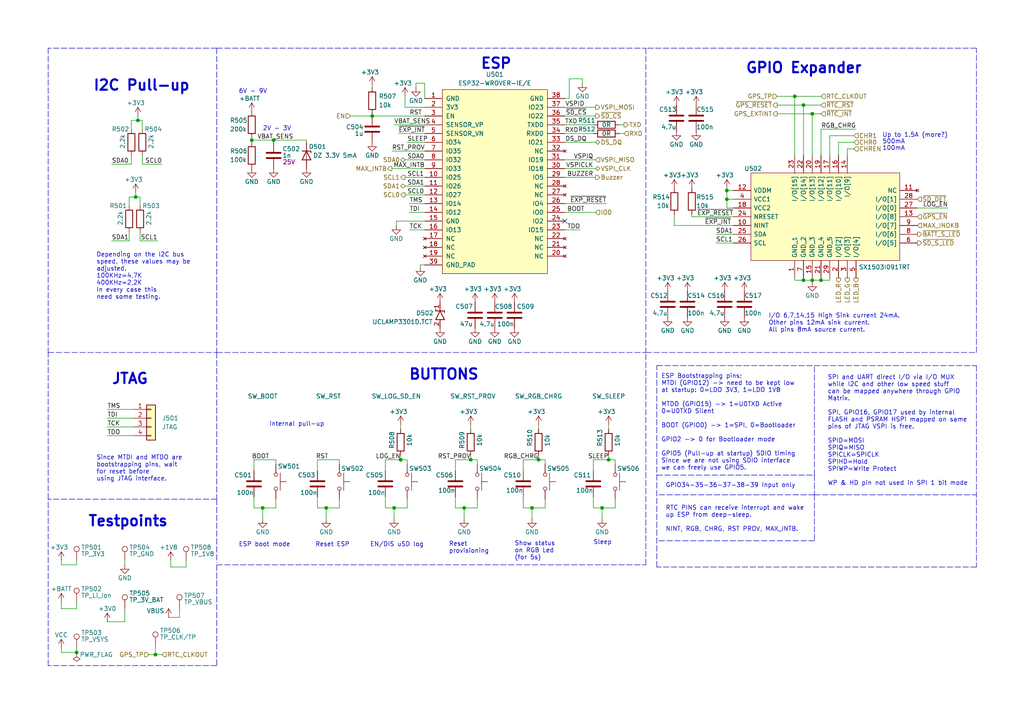
<source format=kicad_sch>
(kicad_sch (version 20211123) (generator eeschema)
  (paper "A4")
  (title_block (title "ESP") (date "2022-07-14") (rev "BETA") (company "Simone Tollardo"))
  (lib_symbols
    (symbol "Connector:TestPoint" (pin_numbers hide) (pin_names (offset 0.762) hide)
      (property "Reference" "TP" (at 0 6.858 0))
      (property "Value" "TestPoint" (at 0 5.08 0))
      (symbol "TestPoint_1_1"
        (pin passive line (at 0 0 90) (length 2.54) (name "1") (number "1"))
      )
    )
    (symbol "Connector_Generic:Conn_01x04" (pin_names (offset 1.016) hide)
      (property "Reference" "J" (at 0 5.08 0))
      (property "Value" "Conn_01x04" (at 0 -7.62 0))
      (symbol "Conn_01x04_1_1"
        (pin passive line (at -5.08 2.54 0) (length 3.81) (name "Pin_1") (number "1"))
        (pin passive line (at -5.08 0 0) (length 3.81) (name "Pin_2") (number "2"))
        (pin passive line (at -5.08 -2.54 0) (length 3.81) (name "Pin_3") (number "3"))
        (pin passive line (at -5.08 -5.08 0) (length 3.81) (name "Pin_4") (number "4"))
      )
    )
    (symbol "Device:C" (pin_numbers hide) (pin_names (offset 0.254))
      (property "Reference" "C" (at 0.635 2.54 0))
      (property "Value" "C" (at 0.635 -2.54 0))
      (symbol "C_1_1"
        (pin passive line (at 0 3.81 270) (length 2.794) (name "~") (number "1"))
        (pin passive line (at 0 -3.81 90) (length 2.794) (name "~") (number "2"))
      )
    )
    (symbol "Device:D_Zener" (pin_numbers hide) (pin_names (offset 1.016) hide)
      (property "Reference" "D" (at 0 2.54 0))
      (property "Value" "D_Zener" (at 0 -2.54 0))
      (symbol "D_Zener_1_1"
        (pin passive line (at -3.81 0 0) (length 2.54) (name "K") (number "1"))
        (pin passive line (at 3.81 0 180) (length 2.54) (name "A") (number "2"))
      )
    )
    (symbol "Device:R" (pin_numbers hide) (pin_names (offset 0))
      (property "Reference" "R" (at 2.032 0 90))
      (property "Value" "R" (at 0 0 90))
      (symbol "R_1_1"
        (pin passive line (at 0 3.81 270) (length 1.27) (name "~") (number "1"))
        (pin passive line (at 0 -3.81 90) (length 1.27) (name "~") (number "2"))
      )
    )
    (symbol "ICCI-LIB:ESP32-WROVER-IE{slash}E" (pin_names (offset 1.016))
      (property "Reference" "U" (at -13.97 26.67 0))
      (property "Value" "ESP32-WROVER-IE{slash}E" (at -5.08 -30.48 0))
      (symbol "ESP32-WROVER-IE{slash}E_1_1"
        (pin power_in line (at -20.32 22.86 0) (length 5.08) (name "GND") (number "1"))
        (pin bidirectional line (at -20.32 0 0) (length 5.08) (name "IO25") (number "10"))
        (pin bidirectional line (at -20.32 -2.54 0) (length 5.08) (name "IO26") (number "11"))
        (pin bidirectional line (at -20.32 -5.08 0) (length 5.08) (name "IO27") (number "12"))
        (pin bidirectional line (at -20.32 -7.62 0) (length 5.08) (name "IO14") (number "13"))
        (pin bidirectional line (at -20.32 -10.16 0) (length 5.08) (name "IO12") (number "14"))
        (pin power_in line (at -20.32 -12.7 0) (length 5.08) (name "GND") (number "15"))
        (pin bidirectional line (at -20.32 -15.24 0) (length 5.08) (name "IO13") (number "16"))
        (pin no_connect line (at -20.32 -17.78 0) (length 5.08) (name "NC") (number "17"))
        (pin no_connect line (at -20.32 -20.32 0) (length 5.08) (name "NC") (number "18"))
        (pin no_connect line (at -20.32 -22.86 0) (length 5.08) (name "NC") (number "19"))
        (pin power_in line (at -20.32 20.32 0) (length 5.08) (name "3V3") (number "2"))
        (pin no_connect line (at 20.32 -22.86 180) (length 5.08) (name "NC") (number "20"))
        (pin no_connect line (at 20.32 -20.32 180) (length 5.08) (name "NC") (number "21"))
        (pin no_connect line (at 20.32 -17.78 180) (length 5.08) (name "NC") (number "22"))
        (pin bidirectional line (at 20.32 -15.24 180) (length 5.08) (name "IO15") (number "23"))
        (pin bidirectional line (at 20.32 -12.7 180) (length 5.08) (name "IO2") (number "24"))
        (pin bidirectional line (at 20.32 -10.16 180) (length 5.08) (name "IO0") (number "25"))
        (pin bidirectional line (at 20.32 -7.62 180) (length 5.08) (name "IO4") (number "26"))
        (pin no_connect line (at 20.32 -5.08 180) (length 5.08) (name "NC") (number "27"))
        (pin no_connect line (at 20.32 -2.54 180) (length 5.08) (name "NC") (number "28"))
        (pin bidirectional line (at 20.32 0 180) (length 5.08) (name "IO5") (number "29"))
        (pin input line (at -20.32 17.78 0) (length 5.08) (name "EN") (number "3"))
        (pin bidirectional line (at 20.32 2.54 180) (length 5.08) (name "IO18") (number "30"))
        (pin bidirectional line (at 20.32 5.08 180) (length 5.08) (name "IO19") (number "31"))
        (pin no_connect line (at 20.32 7.62 180) (length 5.08) (name "NC") (number "32"))
        (pin bidirectional line (at 20.32 10.16 180) (length 5.08) (name "IO21") (number "33"))
        (pin bidirectional line (at 20.32 12.7 180) (length 5.08) (name "RXD0") (number "34"))
        (pin bidirectional line (at 20.32 15.24 180) (length 5.08) (name "TXD0") (number "35"))
        (pin bidirectional line (at 20.32 17.78 180) (length 5.08) (name "IO22") (number "36"))
        (pin bidirectional line (at 20.32 20.32 180) (length 5.08) (name "IO23") (number "37"))
        (pin power_in line (at 20.32 22.86 180) (length 5.08) (name "GND") (number "38"))
        (pin power_in line (at -20.32 -25.4 0) (length 5.08) (name "GND_PAD") (number "39"))
        (pin input line (at -20.32 15.24 0) (length 5.08) (name "SENSOR_VP") (number "4"))
        (pin input line (at -20.32 12.7 0) (length 5.08) (name "SENSOR_VN") (number "5"))
        (pin input line (at -20.32 10.16 0) (length 5.08) (name "IO34") (number "6"))
        (pin input line (at -20.32 7.62 0) (length 5.08) (name "IO35") (number "7"))
        (pin bidirectional line (at -20.32 5.08 0) (length 5.08) (name "IO32") (number "8"))
        (pin bidirectional line (at -20.32 2.54 0) (length 5.08) (name "IO33") (number "9"))
      )
    )
    (symbol "ICCI-LIB:SX1503I091TRT" (pin_names (offset 0.762))
      (property "Reference" "U" (at 13.335 13.97 0))
      (property "Value" "SX1503I091TRT" (at 12.065 -14.605 0))
      (symbol "SX1503I091TRT_0_0"
        (pin passive line (at -7.62 -17.78 90) (length 5.08) (name "GND_1") (number "1"))
        (pin passive line (at -25.4 -2.54 0) (length 5.08) (name "NINT") (number "10"))
        (pin no_connect line (at 27.94 7.62 180) (length 5.08) (name "NC") (number "11"))
        (pin passive line (at -25.4 7.62 0) (length 5.08) (name "VDDM") (number "12"))
        (pin passive line (at 27.94 0 180) (length 5.08) (name "I/O[8]") (number "13"))
        (pin passive line (at 7.62 17.78 270) (length 5.08) (name "I/O[9]") (number "14"))
        (pin passive line (at -2.54 -17.78 90) (length 5.08) (name "GND_3") (number "15"))
        (pin passive line (at 5.08 17.78 270) (length 5.08) (name "I/O[10]") (number "16"))
        (pin passive line (at 2.54 17.78 270) (length 5.08) (name "I/O[11]") (number "17"))
        (pin passive line (at -25.4 2.54 0) (length 5.08) (name "VCC2") (number "18"))
        (pin passive line (at 0 17.78 270) (length 5.08) (name "I/O[12]") (number "19"))
        (pin passive line (at 5.08 -17.78 90) (length 5.08) (name "I/O[2]") (number "2"))
        (pin passive line (at -2.54 17.78 270) (length 5.08) (name "I/O[13]") (number "20"))
        (pin passive line (at 0 -17.78 90) (length 5.08) (name "GND_4") (number "21"))
        (pin passive line (at -5.08 17.78 270) (length 5.08) (name "I/O[14]") (number "22"))
        (pin passive line (at -7.62 17.78 270) (length 5.08) (name "I/O[15]") (number "23"))
        (pin passive line (at -25.4 0 0) (length 5.08) (name "NRESET") (number "24"))
        (pin passive line (at -25.4 -5.08 0) (length 5.08) (name "SDA") (number "25"))
        (pin passive line (at -25.4 -7.62 0) (length 5.08) (name "SCL") (number "26"))
        (pin passive line (at 27.94 2.54 180) (length 5.08) (name "I/O[0]") (number "27"))
        (pin passive line (at 27.94 5.08 180) (length 5.08) (name "I/O[1]") (number "28"))
        (pin passive line (at 2.54 -17.78 90) (length 5.08) (name "GND_5") (number "29"))
        (pin passive line (at 7.62 -17.78 90) (length 5.08) (name "I/O[3]") (number "3"))
        (pin passive line (at -25.4 5.08 0) (length 5.08) (name "VCC1") (number "4"))
        (pin passive line (at 10.16 -17.78 90) (length 5.08) (name "I/O[4]") (number "5"))
        (pin passive line (at 27.94 -7.62 180) (length 5.08) (name "I/O[5]") (number "6"))
        (pin passive line (at -5.08 -17.78 90) (length 5.08) (name "GND_2") (number "7"))
        (pin passive line (at 27.94 -5.08 180) (length 5.08) (name "I/O[6]") (number "8"))
        (pin passive line (at 27.94 -2.54 180) (length 5.08) (name "I/O[7]") (number "9"))
      )
    )
    (symbol "ICCI-LIB:TVS-Unidirectional"
      (property "Reference" "D" (at 0 -2.54 0))
      (property "Value" "TVS-Unidirectional" (at 0 2.54 0))
      (symbol "TVS-Unidirectional_1_1"
        (pin passive line (at -2.54 0 0) (length 2.54) (name "") (number "1"))
        (pin passive line (at 5.08 0 180) (length 2.54) (name "") (number "2"))
      )
    )
    (symbol "Switch:SW_Push" (pin_numbers hide) (pin_names (offset 1.016) hide)
      (property "Reference" "SW" (at 1.27 2.54 0))
      (property "Value" "SW_Push" (at 0 -1.524 0))
      (symbol "SW_Push_0_1"
        (pin passive line (at -5.08 0 0) (length 2.54) (name "1") (number "1"))
        (pin passive line (at 5.08 0 180) (length 2.54) (name "2") (number "2"))
      )
    )
    (symbol "power:+1V8" (power) (pin_names (offset 0))
      (property "Value" "+1V8" (at 0 3.556 0))
      (symbol "+1V8_1_1"
        (pin power_in line (at 0 0 90) (length 0) hide (name "+1V8") (number "1"))
      )
    )
    (symbol "power:+3V3" (power) (pin_names (offset 0))
      (property "Value" "+3V3" (at 0 3.556 0))
      (symbol "+3V3_1_1"
        (pin power_in line (at 0 0 90) (length 0) hide (name "+3V3") (number "1"))
      )
    )
    (symbol "power:+3V_VBAT" (power) (pin_names (offset 0))
      (property "Value" "+3V_VBAT" (at -0.635 3.81 0))
      (symbol "+3V_VBAT_1_1"
        (pin power_in line (at 0 0 90) (length 0) hide (name "+3V0") (number "1"))
      )
    )
    (symbol "power:+BATT" (power) (pin_names (offset 0))
      (property "Value" "+BATT" (at 0 3.556 0))
      (symbol "+BATT_1_1"
        (pin power_in line (at 0 0 90) (length 0) hide (name "+BATT") (number "1"))
      )
    )
    (symbol "power:GND" (power) (pin_names (offset 0))
      (property "Value" "GND" (at 0 -3.81 0))
      (symbol "GND_1_1"
        (pin power_in line (at 0 0 270) (length 0) hide (name "GND") (number "1"))
      )
    )
    (symbol "power:PWR_FLAG" (power) (pin_numbers hide) (pin_names (offset 0) hide)
      (property "Value" "PWR_FLAG" (at 0 3.81 0))
      (symbol "PWR_FLAG_0_0"
        (pin power_out line (at 0 0 90) (length 0) (name "pwr") (number "1"))
      )
    )
    (symbol "power:VBUS" (power) (pin_names (offset 0))
      (property "Value" "VBUS" (at 0 3.81 0))
      (symbol "VBUS_1_1"
        (pin power_in line (at 0 0 90) (length 0) hide (name "VBUS") (number "1"))
      )
    )
    (symbol "power:VSYS" (power) (pin_names (offset 0))
      (property "Value" "VSYS" (at 0 3.81 0))
      (symbol "VSYS_1_1"
        (pin power_in line (at 0 0 90) (length 0) hide (name "VCC") (number "1"))
      )
    )
  )
  (junction (at 210.82 55.245))
  (junction (at 107.95 33.655))
  (junction (at 233.045 30.48))
  (junction (at 22.225 189.23))
  (junction (at 156.21 133.35))
  (junction (at 94.615 147.32))
  (junction (at 76.2 147.32))
  (junction (at 116.205 133.35))
  (junction (at 136.525 133.35))
  (junction (at 230.505 27.94))
  (junction (at 235.585 33.02))
  (junction (at 154.305 147.32))
  (junction (at 45.085 189.865))
  (junction (at 39.37 57.15))
  (junction (at 233.045 81.28))
  (junction (at 176.53 133.35))
  (junction (at 174.625 147.32))
  (junction (at 134.62 147.32))
  (junction (at 235.585 81.28))
  (junction (at 210.82 57.785))
  (junction (at 79.375 40.64))
  (junction (at 73.025 40.64))
  (junction (at 238.125 81.28))
  (junction (at 114.3 147.32))
  (junction (at 40.005 34.925))
  (no_connect (at 163.83 64.135))
  (wire (pts (xy 210.82 55.245) (xy 212.725 55.245)))
  (polyline (pts (xy 62.865 102.235) (xy 62.865 144.78)))
  (wire (pts (xy 114.935 64.135) (xy 114.935 65.405)))
  (wire (pts (xy 41.275 45.085) (xy 41.275 47.625)))
  (wire (pts (xy 240.665 80.645) (xy 240.665 81.28)))
  (wire (pts (xy 230.505 80.645) (xy 230.505 81.28)))
  (wire (pts (xy 136.525 133.35) (xy 136.525 132.08)))
  (wire (pts (xy 113.665 43.815) (xy 123.19 43.815)))
  (wire (pts (xy 118.11 41.275) (xy 123.19 41.275)))
  (wire (pts (xy 49.53 164.465) (xy 53.975 164.465)))
  (wire (pts (xy 247.65 43.18) (xy 245.745 43.18)))
  (wire (pts (xy 200.66 62.865) (xy 200.66 62.23)))
  (polyline (pts (xy 13.97 102.235) (xy 62.865 102.235)))
  (polyline (pts (xy 187.325 102.235) (xy 283.21 102.235)))
  (wire (pts (xy 114.3 36.195) (xy 123.19 36.195)))
  (wire (pts (xy 39.37 55.88) (xy 39.37 57.15)))
  (wire (pts (xy 233.045 30.48) (xy 233.045 45.085)))
  (wire (pts (xy 73.66 133.35) (xy 80.01 133.35)))
  (wire (pts (xy 136.525 133.35) (xy 132.08 133.35)))
  (wire (pts (xy 118.745 59.055) (xy 123.19 59.055)))
  (wire (pts (xy 52.07 176.53) (xy 52.07 179.07)))
  (polyline (pts (xy 190.5 106.045) (xy 283.21 106.045)))
  (wire (pts (xy 53.975 164.465) (xy 53.975 162.56)))
  (wire (pts (xy 151.765 136.525) (xy 151.765 133.35)))
  (wire (pts (xy 17.78 174.625) (xy 17.78 176.53)))
  (wire (pts (xy 235.585 81.28) (xy 233.045 81.28)))
  (wire (pts (xy 134.62 150.495) (xy 134.62 147.32)))
  (wire (pts (xy 200.66 62.865) (xy 212.725 62.865)))
  (wire (pts (xy 45.085 187.325) (xy 45.085 189.865)))
  (wire (pts (xy 168.275 66.675) (xy 163.83 66.675)))
  (wire (pts (xy 245.745 43.18) (xy 245.745 45.085)))
  (polyline (pts (xy 62.865 144.78) (xy 13.97 144.78)))
  (wire (pts (xy 36.195 176.53) (xy 36.195 180.34)))
  (polyline (pts (xy 283.21 13.97) (xy 187.325 13.97)))
  (wire (pts (xy 73.025 40.005) (xy 73.025 40.64)))
  (wire (pts (xy 118.745 61.595) (xy 123.19 61.595)))
  (wire (pts (xy 195.58 62.23) (xy 195.58 65.405)))
  (wire (pts (xy 134.62 147.32) (xy 138.43 147.32)))
  (wire (pts (xy 151.765 144.145) (xy 151.765 147.32)))
  (wire (pts (xy 240.665 39.37) (xy 240.665 45.085)))
  (wire (pts (xy 118.11 134.62) (xy 118.11 133.35)))
  (polyline (pts (xy 190.5 164.465) (xy 190.5 106.045)))
  (wire (pts (xy 163.83 48.895) (xy 172.72 48.895)))
  (wire (pts (xy 176.53 133.35) (xy 178.435 133.35)))
  (wire (pts (xy 98.425 147.32) (xy 98.425 144.78)))
  (wire (pts (xy 163.83 46.355) (xy 172.72 46.355)))
  (wire (pts (xy 32.385 47.625) (xy 38.1 47.625)))
  (wire (pts (xy 40.005 33.655) (xy 40.005 34.925)))
  (wire (pts (xy 180.975 36.195) (xy 179.705 36.195)))
  (wire (pts (xy 117.475 53.975) (xy 123.19 53.975)))
  (wire (pts (xy 238.125 80.645) (xy 238.125 81.28)))
  (wire (pts (xy 172.72 41.275) (xy 163.83 41.275)))
  (wire (pts (xy 176.53 123.19) (xy 176.53 124.46)))
  (wire (pts (xy 38.1 34.925) (xy 40.005 34.925)))
  (wire (pts (xy 247.65 39.37) (xy 240.665 39.37)))
  (wire (pts (xy 123.19 76.835) (xy 121.92 76.835)))
  (wire (pts (xy 151.765 147.32) (xy 154.305 147.32)))
  (polyline (pts (xy 13.97 144.78) (xy 13.97 102.235)))
  (wire (pts (xy 230.505 81.28) (xy 233.045 81.28)))
  (wire (pts (xy 163.83 59.055) (xy 175.895 59.055)))
  (wire (pts (xy 40.64 69.85) (xy 45.72 69.85)))
  (wire (pts (xy 92.075 144.145) (xy 92.075 147.32)))
  (wire (pts (xy 207.645 70.485) (xy 212.725 70.485)))
  (wire (pts (xy 111.76 136.525) (xy 111.76 133.35)))
  (wire (pts (xy 17.78 189.23) (xy 22.225 189.23)))
  (wire (pts (xy 48.895 179.07) (xy 52.07 179.07)))
  (wire (pts (xy 38.1 45.085) (xy 38.1 47.625)))
  (wire (pts (xy 114.3 150.495) (xy 114.3 147.32)))
  (polyline (pts (xy 62.865 193.04) (xy 13.97 193.04)))
  (wire (pts (xy 138.43 134.62) (xy 138.43 133.35)))
  (wire (pts (xy 88.9 41.275) (xy 88.9 40.64)))
  (wire (pts (xy 120.65 25.4) (xy 120.65 24.13)))
  (wire (pts (xy 76.2 147.32) (xy 80.01 147.32)))
  (wire (pts (xy 138.43 147.32) (xy 138.43 144.78)))
  (wire (pts (xy 80.01 134.62) (xy 80.01 133.35)))
  (wire (pts (xy 111.76 147.32) (xy 114.3 147.32)))
  (wire (pts (xy 233.045 80.645) (xy 233.045 81.28)))
  (wire (pts (xy 163.83 33.655) (xy 172.72 33.655)))
  (wire (pts (xy 178.435 147.32) (xy 178.435 144.78)))
  (wire (pts (xy 151.765 133.35) (xy 156.21 133.35)))
  (wire (pts (xy 178.435 134.62) (xy 178.435 133.35)))
  (wire (pts (xy 235.585 33.02) (xy 235.585 45.085)))
  (wire (pts (xy 172.085 144.145) (xy 172.085 147.32)))
  (wire (pts (xy 225.425 27.94) (xy 230.505 27.94)))
  (wire (pts (xy 17.78 162.56) (xy 17.78 163.83)))
  (wire (pts (xy 40.64 57.15) (xy 40.64 59.69)))
  (wire (pts (xy 116.205 133.35) (xy 116.205 132.08)))
  (wire (pts (xy 230.505 27.94) (xy 230.505 45.085)))
  (wire (pts (xy 172.085 38.735) (xy 163.83 38.735)))
  (polyline (pts (xy 62.865 163.83) (xy 187.325 163.83)))
  (wire (pts (xy 174.625 147.32) (xy 178.435 147.32)))
  (wire (pts (xy 136.525 133.35) (xy 138.43 133.35)))
  (wire (pts (xy 94.615 147.32) (xy 98.425 147.32)))
  (wire (pts (xy 174.625 147.32) (xy 174.625 150.495)))
  (wire (pts (xy 225.425 30.48) (xy 233.045 30.48)))
  (wire (pts (xy 22.225 162.56) (xy 22.225 163.83)))
  (wire (pts (xy 22.225 189.23) (xy 22.225 187.96)))
  (polyline (pts (xy 62.865 102.235) (xy 187.325 102.235)))
  (wire (pts (xy 32.385 69.85) (xy 37.465 69.85)))
  (wire (pts (xy 118.11 147.32) (xy 118.11 144.78)))
  (wire (pts (xy 165.1 22.86) (xy 165.1 28.575)))
  (wire (pts (xy 117.475 51.435) (xy 123.19 51.435)))
  (wire (pts (xy 156.21 132.08) (xy 156.21 133.35)))
  (wire (pts (xy 49.53 162.56) (xy 49.53 164.465)))
  (wire (pts (xy 117.475 31.115) (xy 117.475 27.94)))
  (wire (pts (xy 37.465 57.15) (xy 37.465 59.69)))
  (wire (pts (xy 168.91 22.86) (xy 165.1 22.86)))
  (wire (pts (xy 123.19 31.115) (xy 117.475 31.115)))
  (wire (pts (xy 210.82 54.61) (xy 210.82 55.245)))
  (wire (pts (xy 94.615 150.495) (xy 94.615 147.32)))
  (wire (pts (xy 41.275 47.625) (xy 46.99 47.625)))
  (wire (pts (xy 172.085 136.525) (xy 172.085 133.35)))
  (wire (pts (xy 107.95 24.765) (xy 107.95 25.4)))
  (wire (pts (xy 123.19 38.735) (xy 115.57 38.735)))
  (wire (pts (xy 92.075 136.525) (xy 92.075 133.35)))
  (wire (pts (xy 116.205 123.19) (xy 116.205 124.46)))
  (wire (pts (xy 132.08 136.525) (xy 132.08 133.35)))
  (wire (pts (xy 111.76 144.145) (xy 111.76 147.32)))
  (wire (pts (xy 210.82 60.325) (xy 210.82 57.785)))
  (wire (pts (xy 212.725 60.325) (xy 210.82 60.325)))
  (wire (pts (xy 22.225 176.53) (xy 22.225 174.625)))
  (wire (pts (xy 176.53 132.08) (xy 176.53 133.35)))
  (wire (pts (xy 36.195 162.56) (xy 36.195 163.83)))
  (wire (pts (xy 120.65 24.13) (xy 123.19 24.13)))
  (wire (pts (xy 195.58 65.405) (xy 212.725 65.405)))
  (wire (pts (xy 45.085 189.865) (xy 43.18 189.865)))
  (wire (pts (xy 40.64 67.31) (xy 40.64 69.85)))
  (wire (pts (xy 73.025 40.64) (xy 79.375 40.64)))
  (wire (pts (xy 73.66 147.32) (xy 76.2 147.32)))
  (polyline (pts (xy 62.865 13.97) (xy 187.325 13.97)))
  (wire (pts (xy 98.425 134.62) (xy 98.425 133.35)))
  (wire (pts (xy 73.025 40.64) (xy 73.025 41.275)))
  (wire (pts (xy 31.115 126.365) (xy 38.735 126.365)))
  (wire (pts (xy 107.95 33.655) (xy 123.19 33.655)))
  (polyline (pts (xy 190.5 137.795) (xy 236.22 137.795)))
  (wire (pts (xy 168.91 22.86) (xy 168.91 24.13)))
  (wire (pts (xy 212.725 57.785) (xy 210.82 57.785)))
  (wire (pts (xy 266.065 60.325) (xy 274.955 60.325)))
  (wire (pts (xy 123.19 64.135) (xy 114.935 64.135)))
  (polyline (pts (xy 236.22 156.845) (xy 190.5 156.845)))
  (polyline (pts (xy 236.22 143.51) (xy 190.5 143.51)))
  (wire (pts (xy 235.585 81.915) (xy 235.585 81.28)))
  (wire (pts (xy 172.72 61.595) (xy 163.83 61.595)))
  (wire (pts (xy 17.78 187.96) (xy 17.78 189.23)))
  (polyline (pts (xy 187.325 13.97) (xy 187.325 102.235)))
  (wire (pts (xy 114.3 147.32) (xy 118.11 147.32)))
  (wire (pts (xy 158.115 134.62) (xy 158.115 133.35)))
  (polyline (pts (xy 13.97 193.04) (xy 13.97 144.78)))
  (wire (pts (xy 31.115 180.34) (xy 36.195 180.34)))
  (wire (pts (xy 116.205 133.35) (xy 111.76 133.35)))
  (polyline (pts (xy 283.21 106.045) (xy 283.21 164.465)))
  (polyline (pts (xy 283.21 102.235) (xy 283.21 13.97)))
  (wire (pts (xy 113.665 48.895) (xy 123.19 48.895)))
  (wire (pts (xy 116.205 133.35) (xy 118.11 133.35)))
  (wire (pts (xy 117.475 46.355) (xy 123.19 46.355)))
  (wire (pts (xy 123.19 24.13) (xy 123.19 28.575)))
  (wire (pts (xy 154.305 147.32) (xy 154.305 150.495)))
  (polyline (pts (xy 236.22 137.795) (xy 236.22 143.51)))
  (wire (pts (xy 207.645 67.945) (xy 212.725 67.945)))
  (wire (pts (xy 238.125 30.48) (xy 233.045 30.48)))
  (wire (pts (xy 158.115 147.32) (xy 158.115 144.78)))
  (wire (pts (xy 163.83 28.575) (xy 165.1 28.575)))
  (wire (pts (xy 136.525 123.19) (xy 136.525 124.46)))
  (wire (pts (xy 238.125 37.465) (xy 248.285 37.465)))
  (polyline (pts (xy 187.325 163.83) (xy 187.325 102.235)))
  (wire (pts (xy 225.425 33.02) (xy 235.585 33.02)))
  (polyline (pts (xy 236.22 143.51) (xy 283.21 143.51)))
  (polyline (pts (xy 62.865 163.83) (xy 62.865 193.04)))
  (wire (pts (xy 117.475 56.515) (xy 123.19 56.515)))
  (wire (pts (xy 73.66 136.525) (xy 73.66 133.35)))
  (wire (pts (xy 132.08 147.32) (xy 134.62 147.32)))
  (wire (pts (xy 235.585 81.28) (xy 238.125 81.28)))
  (wire (pts (xy 243.205 41.275) (xy 243.205 45.085)))
  (wire (pts (xy 247.65 41.275) (xy 243.205 41.275)))
  (wire (pts (xy 154.305 147.32) (xy 158.115 147.32)))
  (wire (pts (xy 172.085 147.32) (xy 174.625 147.32)))
  (wire (pts (xy 37.465 67.31) (xy 37.465 69.85)))
  (wire (pts (xy 156.21 123.19) (xy 156.21 124.46)))
  (wire (pts (xy 45.085 189.865) (xy 46.99 189.865)))
  (polyline (pts (xy 283.21 164.465) (xy 190.5 164.465)))
  (wire (pts (xy 238.125 45.085) (xy 238.125 37.465)))
  (polyline (pts (xy 236.22 143.51) (xy 236.22 156.845)))
  (wire (pts (xy 31.115 121.285) (xy 38.735 121.285)))
  (wire (pts (xy 238.125 27.94) (xy 230.505 27.94)))
  (polyline (pts (xy 62.865 13.97) (xy 62.865 102.235)))
  (wire (pts (xy 163.83 31.115) (xy 172.72 31.115)))
  (wire (pts (xy 80.01 147.32) (xy 80.01 144.78)))
  (wire (pts (xy 79.375 40.64) (xy 79.375 41.275)))
  (wire (pts (xy 156.21 133.35) (xy 158.115 133.35)))
  (polyline (pts (xy 13.97 13.97) (xy 13.97 102.235)))
  (wire (pts (xy 101.6 33.655) (xy 107.95 33.655)))
  (wire (pts (xy 73.66 144.145) (xy 73.66 147.32)))
  (wire (pts (xy 132.08 144.145) (xy 132.08 147.32)))
  (wire (pts (xy 31.115 118.745) (xy 38.735 118.745)))
  (wire (pts (xy 238.125 81.28) (xy 240.665 81.28)))
  (wire (pts (xy 40.005 34.925) (xy 41.275 34.925)))
  (wire (pts (xy 238.125 33.02) (xy 235.585 33.02)))
  (wire (pts (xy 17.78 163.83) (xy 22.225 163.83)))
  (wire (pts (xy 107.95 33.02) (xy 107.95 33.655)))
  (wire (pts (xy 31.115 123.825) (xy 38.735 123.825)))
  (wire (pts (xy 180.975 38.735) (xy 179.705 38.735)))
  (wire (pts (xy 38.1 34.925) (xy 38.1 37.465)))
  (wire (pts (xy 39.37 57.15) (xy 40.64 57.15)))
  (wire (pts (xy 118.745 66.675) (xy 123.19 66.675)))
  (wire (pts (xy 37.465 57.15) (xy 39.37 57.15)))
  (wire (pts (xy 92.075 133.35) (xy 98.425 133.35)))
  (wire (pts (xy 172.085 133.35) (xy 176.53 133.35)))
  (wire (pts (xy 76.2 150.495) (xy 76.2 147.32)))
  (wire (pts (xy 163.83 51.435) (xy 172.72 51.435)))
  (wire (pts (xy 79.375 40.64) (xy 88.9 40.64)))
  (wire (pts (xy 92.075 147.32) (xy 94.615 147.32)))
  (wire (pts (xy 210.82 57.785) (xy 210.82 55.245)))
  (polyline (pts (xy 236.22 137.795) (xy 236.22 106.045)))
  (polyline (pts (xy 62.865 13.97) (xy 13.97 13.97)))
  (wire (pts (xy 235.585 80.645) (xy 235.585 81.28)))
  (wire (pts (xy 172.085 36.195) (xy 163.83 36.195)))
  (polyline (pts (xy 187.325 102.235) (xy 187.325 102.235)))
  (wire (pts (xy 41.275 34.925) (xy 41.275 37.465)))
  (wire (pts (xy 121.92 76.835) (xy 121.92 77.47)))
  (wire (pts (xy 17.78 176.53) (xy 22.225 176.53)))
  (polyline (pts (xy 62.865 144.78) (xy 62.865 163.195)))
  (text "Reset\nprovisioning" (at 130.175 160.655 0) (effects (font (size 1.27 1.27)) (justify left bottom)))
  (text "BUTTONS" (at 139.065 110.49 180) (effects (font (size 3 3) (thickness 0.6) bold) (justify right bottom)))
  (text "Depending on the I2C bus\nspeed, these values may be\nadjusted.\n100KHz=4,7K\n400KHz=2,2K\nIn every case this\nneed some testing." (at 27.94 86.995 0) (effects (font (size 1.27 1.27)) (justify left bottom)))
  (text "JTAG" (at 43.18 111.76 180) (effects (font (size 3 3) (thickness 0.6) bold) (justify right bottom)))
  (text "Up to 1.5A (more?)" (at 255.905 40.005 0) (effects (font (size 1.27 1.27)) (justify left bottom)))
  (text "I2C Pull-up" (at 55.245 26.67 180) (effects (font (size 3 3) (thickness 0.6) bold) (justify right bottom)))
  (text "ESP boot mode" (at 69.215 158.75 0) (effects (font (size 1.27 1.27)) (justify left bottom)))
  (text "100mA" (at 255.905 43.815 0) (effects (font (size 1.27 1.27)) (justify left bottom)))
  (text "ESP Bootstrapping pins:\nMTDI (GPIO12) -> need to be kept low \nat startup: 0=LDO 3V3, 1=LDO 1V8\n\nMTDO (GPIO15) -> 1=U0TXD Active\n0=U0TXD Silent\n\nBOOT (GPIO0) -> 1=SPI, 0=Bootloader\n\nGPIO2 -> 0 for Bootloader mode\n\nGPIO5 (Pull-up at startup) SDIO timing\nSince we are not using SDIO interface\nwe can freely use GPIO5." (at 191.77 136.525 0) (effects (font (size 1.27 1.27)) (justify left bottom)))
  (text "EN/DIS uSD log" (at 107.315 158.75 0) (effects (font (size 1.27 1.27)) (justify left bottom)))
  (text "Testpoints" (at 48.895 153.035 180) (effects (font (size 3 3) (thickness 0.6) bold) (justify right bottom)))
  (text "6V - 9V" (at 69.215 27.305 0) (effects (font (size 1.27 1.27)) (justify left bottom)))
  (text "RTC PINS can receive interrupt and wake\nup ESP from deep-sleep.\n\nNINT, RGB, CHRG, RST PROV, MAX_INTB." (at 193.04 154.305 0) (effects (font (size 1.27 1.27)) (justify left bottom)))
  (text "GPIO Expander" (at 250.19 21.59 180) (effects (font (size 3 3) (thickness 0.6) bold) (justify right bottom)))
  (text "Reset ESP" (at 91.44 158.75 0) (effects (font (size 1.27 1.27)) (justify left bottom)))
  (text "I/O 6,7,14,15 High Sink current 24mA.\nOther pins 12mA sink current.\nAll pins 8mA source current." (at 222.885 96.52 0) (effects (font (size 1.27 1.27)) (justify left bottom)))
  (text "Since MTDI and MTDO are\nbootstrapping pins, wait\nfor reset before\nusing JTAG interface." (at 27.94 139.7 0) (effects (font (size 1.27 1.27)) (justify left bottom)))
  (text "500mA" (at 255.905 41.91 0) (effects (font (size 1.27 1.27)) (justify left bottom)))
  (text "Show status\non RGB Led\n(for 5s)" (at 149.225 162.56 0) (effects (font (size 1.27 1.27)) (justify left bottom)))
  (text "Sleep" (at 172.085 158.115 0) (effects (font (size 1.27 1.27)) (justify left bottom)))
  (text "ESP" (at 148.59 20.32 180) (effects (font (size 3 3) (thickness 0.6) bold) (justify right bottom)))
  (text "2V - 3V" (at 76.2 38.1 0) (effects (font (size 1.27 1.27)) (justify left bottom)))
  (text "Internal pull-up" (at 78.105 123.825 0) (effects (font (size 1.27 1.27)) (justify left bottom)))
  (text "SPI and UART direct I/O via I/O MUX\nwhile I2C and other low speed stuff\ncan be mapped anywhere through GPIO \nMatrix.\n\nSPI, GPIO16, GPIO17 used by internal\nFLASH and PSRAM HSPI mapped on same \npins of JTAG VSPI is free.\n\nSPID=MOSI\nSPIQ=MISO\nSPICLK=SPICLK\nSPIHD=Hold\nSPIWP=Write Protect\n\nWP & HD pin not used in SPI 1 bit mode" (at 240.03 140.97 0) (effects (font (size 1.27 1.27)) (justify left bottom)))
  (text "GPIO34-35-36-37-38-39 Input only" (at 193.04 141.605 0) (effects (font (size 1.27 1.27)) (justify left bottom)))
  (label "RST" (at 118.745 33.655 0))
  (label "VBAT_SENS" (at 85.09 40.64 180))
  (label "TMS" (at 118.745 59.055 0))
  (label "RXD" (at 163.83 38.735 0))
  (label "~{EXP_RESET}" (at 212.725 62.865 180))
  (label "TCK" (at 118.745 66.675 0))
  (label "TXD" (at 163.83 36.195 0))
  (label "SLEEP" (at 118.11 41.275 0))
  (label "VBAT_SENS" (at 114.3 36.195 0))
  (label "RST_PROV" (at 136.525 133.35 180))
  (label "VSPID" (at 169.545 31.115 180))
  (label "~{EXP_INT}" (at 212.09 65.405 180))
  (label "SCL1" (at 45.72 69.85 180))
  (label "RGB_CHRG" (at 156.21 133.35 180))
  (label "TDO" (at 31.115 126.365 0))
  (label "RST" (at 95.25 133.35 180))
  (label "MAX_INTB" (at 123.19 48.895 180))
  (label "~{SD_CS}" (at 170.18 33.655 180))
  (label "SLEEP" (at 176.53 133.35 180))
  (label "SDA1" (at 207.645 67.945 0))
  (label "BOOT" (at 78.105 133.35 180))
  (label "VSPICLK" (at 172.085 48.895 180))
  (label "BUZZER" (at 164.465 51.435 0))
  (label "SCL1" (at 207.645 70.485 0))
  (label "SDA1" (at 118.11 53.975 0))
  (label "LOG_EN" (at 274.955 60.325 180))
  (label "SDA0" (at 118.11 46.355 0))
  (label "SCL1" (at 118.11 51.435 0))
  (label "TDI" (at 118.745 61.595 0))
  (label "BOOT" (at 164.465 61.595 0))
  (label "TDI" (at 31.115 121.285 0))
  (label "SCL0" (at 46.99 47.625 180))
  (label "TDO" (at 168.275 66.675 180))
  (label "TMS" (at 31.115 118.745 0))
  (label "VSPIQ" (at 172.085 46.355 180))
  (label "DS_DQ" (at 170.18 41.275 180))
  (label "~{EXP_INT}" (at 115.57 38.735 0))
  (label "RST_PROV" (at 113.665 43.815 0))
  (label "RGB_CHRG" (at 248.285 37.465 180))
  (label "~{EXP_RESET}" (at 175.895 59.055 180))
  (label "SDA1" (at 32.385 69.85 0))
  (label "LOG_EN" (at 116.205 133.35 180))
  (label "SCL0" (at 118.11 56.515 0))
  (label "SDA0" (at 32.385 47.625 0))
  (label "TCK" (at 31.115 123.825 0))
  (hierarchical_label "~{SD_S_LED}" (shape output) (at 266.065 70.485 0))
  (hierarchical_label "SCL0" (shape output) (at 117.475 56.515 180))
  (hierarchical_label "MAX_INTB" (shape output) (at 113.665 48.895 180))
  (hierarchical_label "GPS_EXTINT" (shape output) (at 225.425 33.02 180))
  (hierarchical_label "~{RTC_INT}" (shape input) (at 238.125 33.02 0))
  (hierarchical_label "~{BATT_S_LED}" (shape output) (at 266.065 67.945 0))
  (hierarchical_label "IO0" (shape input) (at 172.72 61.595 0))
  (hierarchical_label "EN" (shape input) (at 101.6 33.655 180))
  (hierarchical_label "CHR0" (shape input) (at 247.65 41.275 0))
  (hierarchical_label "SDA0" (shape bidirectional) (at 117.475 46.355 180))
  (hierarchical_label "~{GPS_RESET}" (shape output) (at 225.425 30.48 180))
  (hierarchical_label "VSPI_MISO" (shape input) (at 172.72 46.355 0))
  (hierarchical_label "VSPI_CLK" (shape bidirectional) (at 172.72 48.895 0))
  (hierarchical_label "SCL1" (shape output) (at 117.475 51.435 180))
  (hierarchical_label "~{SD_DET}" (shape input) (at 266.065 57.785 0))
  (hierarchical_label "GPS_TP" (shape input) (at 43.18 189.865 180))
  (hierarchical_label "GPS_TP" (shape input) (at 225.425 27.94 180))
  (hierarchical_label "RTC_CLKOUT" (shape input) (at 238.125 27.94 0))
  (hierarchical_label "~{GPS_EN}" (shape input) (at 266.065 62.865 0))
  (hierarchical_label "LED_R" (shape output) (at 243.205 80.645 270))
  (hierarchical_label "LED_G" (shape output) (at 245.745 80.645 270))
  (hierarchical_label "RXD" (shape input) (at 180.975 38.735 0))
  (hierarchical_label "LED_B" (shape output) (at 248.285 80.645 270))
  (hierarchical_label "MAX_INOKB" (shape input) (at 266.065 65.405 0))
  (hierarchical_label "Buzzer" (shape output) (at 172.72 51.435 0))
  (hierarchical_label "CHR1" (shape input) (at 247.65 39.37 0))
  (hierarchical_label "~{RTC_RST}" (shape input) (at 238.125 30.48 0))
  (hierarchical_label "DS_DQ" (shape bidirectional) (at 172.72 41.275 0))
  (hierarchical_label "~{SD_CS}" (shape output) (at 172.72 33.655 0))
  (hierarchical_label "TXD" (shape output) (at 180.975 36.195 0))
  (hierarchical_label "RTC_CLKOUT" (shape input) (at 46.99 189.865 0))
  (hierarchical_label "SDA1" (shape bidirectional) (at 117.475 53.975 180))
  (hierarchical_label "CHREN" (shape input) (at 247.65 43.18 0))
  (hierarchical_label "VSPI_MOSI" (shape output) (at 172.72 31.115 0))
  (symbol (lib_id "power:+3V3") (at 40.005 33.655 0) (unit 1)
    (property "Reference" "#PWR0507" (effects hide))
    (property "Value" "+3V3" (at 39.37 29.845 0))
  )
  (symbol (lib_id "power:+3V3") (at 107.95 24.765 0) (unit 1)
    (property "Reference" "#PWR0516" (effects hide))
    (property "Value" "+3V3" (at 107.315 20.955 0))
  )
  (symbol (lib_id "Device:C") (at 111.76 140.335 180) (unit 1)
    (property "Reference" "C505" (at 108.585 137.795 0))
    (property "Value" "100n" (at 109.22 142.875 0))
    (property "Footprint" "Capacitor_SMD:C_0603_1608Metric" (effects hide))
  )
  (symbol (lib_id "power:GND") (at 36.195 163.83 0) (unit 1)
    (property "Reference" "#PWR0505" (effects hide))
    (property "Value" "GND" (at 36.195 167.64 0))
  )
  (symbol (lib_id "power:+3V3") (at 201.93 30.48 0) (unit 1)
    (property "Reference" "#PWR0548" (effects hide))
    (property "Value" "+3V3" (at 201.295 26.67 0))
  )
  (symbol (lib_id "power:+3V3") (at 156.21 123.19 0) (unit 1)
    (property "Reference" "#PWR0535" (effects hide))
    (property "Value" "+3V3" (at 155.575 119.38 0))
  )
  (symbol (lib_id "power:GND") (at 168.91 24.13 0) (unit 1)
    (property "Reference" "#PWR0536" (effects hide))
    (property "Value" "GND" (at 168.91 27.94 0))
  )
  (symbol (lib_id "power:+3V3") (at 200.66 54.61 0) (unit 1)
    (property "Reference" "#PWR0540" (effects hide))
    (property "Value" "+3V3" (at 200.025 50.8 0))
  )
  (symbol (lib_id "Device:R") (at 37.465 63.5 0) (unit 1)
    (property "Reference" "R501" (at 31.75 59.69 0) (effects (justify left)))
    (property "Value" "2.2k" (at 34.925 65.405 90) (effects (justify left)))
    (property "Footprint" "Resistor_SMD:R_0603_1608Metric" (effects hide))
  )
  (symbol (lib_id "power:GND") (at 137.795 95.25 0) (unit 1)
    (property "Reference" "#PWR0529" (effects hide))
    (property "Value" "GND" (at 137.795 99.06 0))
  )
  (symbol (lib_id "power:+3V3") (at 196.215 30.48 0) (unit 1)
    (property "Reference" "#PWR0544" (effects hide))
    (property "Value" "+3V3" (at 195.58 26.67 0))
  )
  (symbol (lib_id "Device:C") (at 79.375 45.085 0) (unit 1)
    (property "Reference" "C502" (at 81.915 43.18 0) (effects (justify left)))
    (property "Value" "1n" (at 81.915 45.085 0) (effects (justify left)))
    (property "Footprint" "Capacitor_SMD:C_0603_1608Metric" (effects hide))
    (property "Voltage Rating" "25V" (at 83.82 46.99 0))
  )
  (symbol (lib_id "power:+3V_VBAT") (at 31.115 180.34 0) (unit 1)
    (property "Reference" "#PWR0116" (effects hide))
    (property "Value" "+3V_VBAT" (at 31.115 176.53 0))
  )
  (symbol (lib_id "Device:C") (at 193.675 88.265 0) (unit 1)
    (property "Reference" "C512" (at 188.595 85.725 0) (effects (justify left)))
    (property "Value" "4.7u" (at 189.23 90.805 0) (effects (justify left)))
    (property "Footprint" "Capacitor_SMD:C_0603_1608Metric" (effects hide))
  )
  (symbol (lib_id "power:+BATT") (at 17.78 174.625 0) (unit 1)
    (property "Reference" "#PWR0502" (effects hide))
    (property "Value" "+BATT" (at 17.78 170.815 0))
  )
  (symbol (lib_id "power:+3V3") (at 215.9 84.455 0) (unit 1)
    (property "Reference" "#PWR0552" (effects hide))
    (property "Value" "+3V3" (at 215.265 80.645 0))
  )
  (symbol (lib_id "Device:C") (at 172.085 140.335 180) (unit 1)
    (property "Reference" "C511" (at 168.91 137.795 0))
    (property "Value" "100n" (at 169.545 142.24 0))
    (property "Footprint" "Capacitor_SMD:C_0603_1608Metric" (effects hide))
  )
  (symbol (lib_id "Device:C") (at 196.215 34.29 0) (unit 1)
    (property "Reference" "C513" (at 191.135 31.75 0) (effects (justify left)))
    (property "Value" "4.7u" (at 191.77 36.83 0) (effects (justify left)))
    (property "Footprint" "Capacitor_SMD:C_0603_1608Metric" (effects hide))
  )
  (symbol (lib_id "Device:R") (at 136.525 128.27 180) (unit 1)
    (property "Reference" "R509" (at 133.985 127.635 90))
    (property "Value" "10k" (at 139.065 127.635 90))
    (property "Footprint" "Resistor_SMD:R_0603_1608Metric" (effects hide))
  )
  (symbol (lib_id "Switch:SW_Push") (at 80.01 139.7 270) (unit 1)
    (property "Reference" "SW501" (at 83.82 135.255 90))
    (property "Value" "SW_BOOT" (at 76.2 114.935 90))
    (property "Footprint" "Button_Switch_THT:SW_Tactile_SPST_Angled_PTS645Vx83-2LFS" (effects hide))
  )
  (symbol (lib_id "Switch:SW_Push") (at 178.435 139.7 270) (unit 1)
    (property "Reference" "SW506" (at 182.245 135.89 90))
    (property "Value" "SW_SLEEP" (at 176.53 114.935 90))
    (property "Footprint" "Button_Switch_THT:SW_Tactile_SPST_Angled_PTS645Vx83-2LFS" (effects hide))
  )
  (symbol (lib_id "power:GND") (at 120.65 25.4 0) (unit 1)
    (property "Reference" "#PWR0522" (effects hide))
    (property "Value" "GND" (at 120.65 29.21 0))
  )
  (symbol (lib_id "ICCI-LIB:ESP32-WROVER-IE{slash}E") (at 143.51 51.435 0) (unit 1)
    (property "Reference" "U501" (at 143.51 21.59 0))
    (property "Value" "ESP32-WROVER-IE/E" (at 143.51 24.13 0))
    (property "Footprint" "ICCI-LIB:ESP32-WROVER-IE" (effects hide))
  )
  (symbol (lib_id "power:GND") (at 210.185 92.075 0) (unit 1)
    (property "Reference" "#PWR0551" (effects hide))
    (property "Value" "GND" (at 210.185 95.885 0))
  )
  (symbol (lib_id "Device:R") (at 40.64 63.5 0) (unit 1)
    (property "Reference" "R503" (at 41.275 59.69 0) (effects (justify left)))
    (property "Value" "2.2k" (at 43.18 65.405 90) (effects (justify left)))
    (property "Footprint" "Resistor_SMD:R_0603_1608Metric" (effects hide))
  )
  (symbol (lib_id "Device:C") (at 107.95 37.465 0) (unit 1)
    (property "Reference" "C504" (at 100.33 36.83 0) (effects (justify left)))
    (property "Value" "1u" (at 102.87 38.735 0) (effects (justify left)))
    (property "Footprint" "Capacitor_SMD:C_0603_1608Metric" (effects hide))
  )
  (symbol (lib_id "Device:C") (at 92.075 140.335 180) (unit 1)
    (property "Reference" "C503" (at 88.9 137.795 0))
    (property "Value" "100n" (at 89.535 142.875 0))
    (property "Footprint" "Capacitor_SMD:C_0603_1608Metric" (effects hide))
  )
  (symbol (lib_id "power:+3V3") (at 127.635 87.63 0) (unit 1)
    (property "Reference" "#PWR0524" (effects hide))
    (property "Value" "+3V3" (at 127 83.82 0))
  )
  (symbol (lib_id "Device:C") (at 199.39 88.265 0) (unit 1)
    (property "Reference" "C514" (at 199.39 85.725 0) (effects (justify left)))
    (property "Value" "100n" (at 199.39 90.805 0) (effects (justify left)))
    (property "Footprint" "Capacitor_SMD:C_0603_1608Metric" (effects hide))
  )
  (symbol (lib_id "Device:C") (at 143.51 91.44 0) (unit 1)
    (property "Reference" "C508" (at 143.51 88.9 0) (effects (justify left)))
    (property "Value" "4.7u" (at 139.065 93.98 0) (effects (justify left)))
    (property "Footprint" "Capacitor_SMD:C_0603_1608Metric" (effects hide))
  )
  (symbol (lib_id "Connector_Generic:Conn_01x04") (at 43.815 121.285 0) (unit 1)
    (property "Reference" "J501" (at 46.99 121.2849 0) (effects (justify left)))
    (property "Value" "JTAG" (at 46.99 123.8249 0) (effects (justify left)))
    (property "Footprint" "Connector_PinHeader_2.54mm:PinHeader_1x04_P2.54mm_Vertical" (effects hide))
  )
  (symbol (lib_id "power:GND") (at 149.225 95.25 0) (unit 1)
    (property "Reference" "#PWR0533" (effects hide))
    (property "Value" "GND" (at 149.225 99.06 0))
  )
  (symbol (lib_id "Device:R") (at 200.66 58.42 0) (unit 1)
    (property "Reference" "R515" (at 201.93 57.15 0) (effects (justify left)))
    (property "Value" "10k" (at 201.93 59.69 0) (effects (justify left)))
    (property "Footprint" "Resistor_SMD:R_0603_1608Metric" (effects hide))
  )
  (symbol (lib_id "power:GND") (at 73.025 48.895 0) (unit 1)
    (property "Reference" "#PWR0511" (effects hide))
    (property "Value" "GND" (at 73.025 52.705 0))
  )
  (symbol (lib_id "power:+3V3") (at 39.37 55.88 0) (unit 1)
    (property "Reference" "#PWR0506" (effects hide))
    (property "Value" "+3V3" (at 38.735 52.07 0))
  )
  (symbol (lib_id "Switch:SW_Push") (at 138.43 139.7 270) (unit 1)
    (property "Reference" "SW504" (at 142.24 135.89 90))
    (property "Value" "SW_RST_PROV" (at 137.16 114.935 90))
    (property "Footprint" "Button_Switch_THT:SW_Tactile_SPST_Angled_PTS645Vx83-2LFS" (effects hide))
  )
  (symbol (lib_id "Device:C") (at 215.9 88.265 0) (unit 1)
    (property "Reference" "C517" (at 215.9 85.725 0) (effects (justify left)))
    (property "Value" "100n" (at 215.9 90.805 0) (effects (justify left)))
    (property "Footprint" "Capacitor_SMD:C_0603_1608Metric" (effects hide))
  )
  (symbol (lib_id "power:+BATT") (at 73.025 32.385 0) (unit 1)
    (property "Reference" "#PWR0510" (effects hide))
    (property "Value" "+BATT" (at 72.39 28.575 0))
  )
  (symbol (lib_id "power:GND") (at 134.62 150.495 0) (unit 1)
    (property "Reference" "#PWR0526" (effects hide))
    (property "Value" "GND" (at 134.62 154.305 0))
  )
  (symbol (lib_id "power:GND") (at 215.9 92.075 0) (unit 1)
    (property "Reference" "#PWR0553" (effects hide))
    (property "Value" "GND" (at 215.9 95.885 0))
  )
  (symbol (lib_id "Device:R") (at 107.95 29.21 0) (unit 1)
    (property "Reference" "R507" (at 109.855 27.9399 0) (effects (justify left)))
    (property "Value" "10k" (at 109.855 30.4799 0) (effects (justify left)))
    (property "Footprint" "Resistor_SMD:R_0603_1608Metric" (effects hide))
  )
  (symbol (lib_id "power:GND") (at 121.92 77.47 0) (unit 1)
    (property "Reference" "#PWR0523" (effects hide))
    (property "Value" "GND" (at 121.92 81.28 0))
  )
  (symbol (lib_id "power:PWR_FLAG") (at 22.225 189.23 180) (unit 1)
    (property "Reference" "#FLG0501" (effects hide))
    (property "Value" "PWR_FLAG" (at 27.94 189.865 0))
  )
  (symbol (lib_id "power:VBUS") (at 48.895 179.07 0) (unit 1)
    (property "Reference" "#PWR0508" (effects hide))
    (property "Value" "VBUS" (at 45.085 177.165 0))
  )
  (symbol (lib_id "power:GND") (at 114.935 65.405 0) (unit 1)
    (property "Reference" "#PWR0519" (effects hide))
    (property "Value" "GND" (at 114.935 69.215 0))
  )
  (symbol (lib_id "power:+3V3") (at 195.58 54.61 0) (unit 1)
    (property "Reference" "#PWR0539" (effects hide))
    (property "Value" "+3V3" (at 194.945 50.8 0))
  )
  (symbol (lib_id "Connector:TestPoint") (at 22.225 187.96 0) (unit 1) (in_bom no)
    (property "Reference" "TP503" (at 23.495 183.515 0) (effects (justify left)))
    (property "Value" "TP_VSYS" (at 23.495 185.42 0) (effects (justify left)))
    (property "Footprint" "TestPoint:TestPoint_Plated_Hole_D2.0mm" (effects hide))
  )
  (symbol (lib_id "Device:R") (at 175.895 36.195 90) (unit 1)
    (property "Reference" "R511" (at 170.18 34.925 90))
    (property "Value" "0R" (at 175.895 36.195 90))
    (property "Footprint" "Resistor_SMD:R_0603_1608Metric" (effects hide))
  )
  (symbol (lib_id "Device:C") (at 132.08 140.335 180) (unit 1)
    (property "Reference" "C506" (at 128.905 137.795 0))
    (property "Value" "100n" (at 129.54 142.24 0))
    (property "Footprint" "Capacitor_SMD:C_0603_1608Metric" (effects hide))
  )
  (symbol (lib_id "power:+3V3") (at 116.205 123.19 0) (unit 1)
    (property "Reference" "#PWR0520" (effects hide))
    (property "Value" "+3V3" (at 115.57 119.38 0))
  )
  (symbol (lib_id "Device:C") (at 151.765 140.335 180) (unit 1)
    (property "Reference" "C510" (at 148.59 137.795 0))
    (property "Value" "100n" (at 149.225 142.24 0))
    (property "Footprint" "Capacitor_SMD:C_0603_1608Metric" (effects hide))
  )
  (symbol (lib_id "power:+3V3") (at 136.525 123.19 0) (unit 1)
    (property "Reference" "#PWR0527" (effects hide))
    (property "Value" "+3V3" (at 135.89 119.38 0))
  )
  (symbol (lib_id "ICCI-LIB:SX1503I091TRT") (at 238.125 62.865 0) (unit 1)
    (property "Reference" "U502" (at 218.44 48.895 0))
    (property "Value" "SX1503I091TRT" (at 256.54 77.47 0))
    (property "Footprint" "ICCI-LIB:SX1503I091TRT" (effects hide))
  )
  (symbol (lib_id "Switch:SW_Push") (at 158.115 139.7 270) (unit 1)
    (property "Reference" "SW505" (at 161.925 135.89 90))
    (property "Value" "SW_RGB_CHRG" (at 156.21 114.935 90))
    (property "Footprint" "Button_Switch_THT:SW_Tactile_SPST_Angled_PTS645Vx83-2LFS" (effects hide))
  )
  (symbol (lib_id "Device:R") (at 73.025 45.085 0) (unit 1)
    (property "Reference" "R506" (at 66.675 43.815 0) (effects (justify left)))
    (property "Value" "100k" (at 66.675 46.355 0) (effects (justify left)))
    (property "Footprint" "Resistor_SMD:R_0603_1608Metric" (effects hide))
  )
  (symbol (lib_id "power:GND") (at 196.215 38.1 0) (unit 1)
    (property "Reference" "#PWR0545" (effects hide))
    (property "Value" "GND" (at 196.215 41.91 0))
  )
  (symbol (lib_id "power:+1V8") (at 49.53 162.56 0) (unit 1)
    (property "Reference" "#PWR0509" (effects hide))
    (property "Value" "+1V8" (at 48.895 158.75 0))
  )
  (symbol (lib_id "Device:D_Zener") (at 88.9 45.085 270) (unit 1)
    (property "Reference" "D501" (at 89.535 42.545 90) (effects (justify left)))
    (property "Value" "DZ 3.3V 5mA" (at 90.805 45.085 90) (effects (justify left)))
    (property "Footprint" "Diode_SMD:D_SOD-923" (effects hide))
    (property "Model" "NZ9F3V3ST5G" (effects hide))
  )
  (symbol (lib_id "Device:R") (at 175.895 38.735 270) (unit 1)
    (property "Reference" "R512" (at 170.18 37.465 90))
    (property "Value" "0R" (at 175.895 38.735 90))
    (property "Footprint" "Resistor_SMD:R_0603_1608Metric" (effects hide))
  )
  (symbol (lib_id "Connector:TestPoint") (at 45.085 187.325 0) (unit 1) (in_bom no)
    (property "Reference" "TP506" (at 46.355 182.88 0) (effects (justify left)))
    (property "Value" "TP_CLK/TP" (at 46.355 184.785 0) (effects (justify left)))
    (property "Footprint" "TestPoint:TestPoint_Plated_Hole_D2.0mm" (effects hide))
  )
  (symbol (lib_id "power:GND") (at 143.51 95.25 0) (unit 1)
    (property "Reference" "#PWR0531" (effects hide))
    (property "Value" "GND" (at 143.51 99.06 0))
  )
  (symbol (lib_id "power:+3V3") (at 176.53 123.19 0) (unit 1)
    (property "Reference" "#PWR0538" (effects hide))
    (property "Value" "+3V3" (at 175.895 119.38 0))
  )
  (symbol (lib_id "power:+3V3") (at 199.39 84.455 0) (unit 1)
    (property "Reference" "#PWR0546" (effects hide))
    (property "Value" "+3V3" (at 198.755 80.645 0))
  )
  (symbol (lib_id "power:+3V3") (at 210.82 54.61 0) (unit 1)
    (property "Reference" "#PWR0541" (effects hide))
    (property "Value" "+3V3" (at 210.185 50.8 0))
  )
  (symbol (lib_id "Device:R") (at 73.025 36.195 0) (unit 1)
    (property "Reference" "R505" (at 66.675 34.925 0) (effects (justify left)))
    (property "Value" "200k" (at 66.675 37.465 0) (effects (justify left)))
    (property "Footprint" "Resistor_SMD:R_0603_1608Metric" (effects hide))
  )
  (symbol (lib_id "power:GND") (at 76.2 150.495 0) (unit 1)
    (property "Reference" "#PWR0512" (effects hide))
    (property "Value" "GND" (at 76.2 154.305 0))
  )
  (symbol (lib_id "Connector:TestPoint") (at 52.07 176.53 0) (unit 1) (in_bom no)
    (property "Reference" "TP507" (at 53.34 172.72 0) (effects (justify left)))
    (property "Value" "TP_VBUS" (at 53.34 174.625 0) (effects (justify left)))
    (property "Footprint" "TestPoint:TestPoint_Plated_Hole_D2.0mm" (effects hide))
  )
  (symbol (lib_id "power:+3V3") (at 137.795 87.63 0) (unit 1)
    (property "Reference" "#PWR0528" (effects hide))
    (property "Value" "+3V3" (at 137.16 83.82 0))
  )
  (symbol (lib_id "power:GND") (at 107.95 41.275 0) (unit 1)
    (property "Reference" "#PWR0517" (effects hide))
    (property "Value" "GND" (at 107.95 45.085 0))
  )
  (symbol (lib_id "power:GND") (at 94.615 150.495 0) (unit 1)
    (property "Reference" "#PWR0515" (effects hide))
    (property "Value" "GND" (at 94.615 154.305 0))
  )
  (symbol (lib_id "Device:R") (at 41.275 41.275 0) (unit 1)
    (property "Reference" "R504" (at 41.91 37.465 0) (effects (justify left)))
    (property "Value" "2.2k" (at 43.815 43.18 90) (effects (justify left)))
    (property "Footprint" "Resistor_SMD:R_0603_1608Metric" (effects hide))
  )
  (symbol (lib_id "power:GND") (at 114.3 150.495 0) (unit 1)
    (property "Reference" "#PWR0518" (effects hide))
    (property "Value" "GND" (at 114.3 154.305 0))
  )
  (symbol (lib_id "power:+3V3") (at 17.78 162.56 0) (unit 1)
    (property "Reference" "#PWR0501" (effects hide))
    (property "Value" "+3V3" (at 17.145 158.75 0))
  )
  (symbol (lib_id "Device:R") (at 195.58 58.42 0) (unit 1)
    (property "Reference" "R514" (at 189.23 57.15 0) (effects (justify left)))
    (property "Value" "10k" (at 190.5 59.69 0) (effects (justify left)))
    (property "Footprint" "Resistor_SMD:R_0603_1608Metric" (effects hide))
  )
  (symbol (lib_id "power:+3V3") (at 210.185 84.455 0) (unit 1)
    (property "Reference" "#PWR0550" (effects hide))
    (property "Value" "+3V3" (at 209.55 80.645 0))
  )
  (symbol (lib_id "power:GND") (at 235.585 81.915 0) (unit 1)
    (property "Reference" "#PWR0542" (effects hide))
    (property "Value" "GND" (at 235.585 85.725 0))
  )
  (symbol (lib_id "ICCI-LIB:TVS-Unidirectional") (at 127.635 90.17 270) (unit 1)
    (property "Reference" "D502" (at 120.65 90.805 90) (effects (justify left)))
    (property "Value" "UCLAMP3301D.TCT" (at 107.95 93.345 90) (effects (justify left)))
    (property "Footprint" "Diode_SMD:D_SOD-323" (effects hide))
  )
  (symbol (lib_id "power:GND") (at 88.9 48.895 0) (unit 1)
    (property "Reference" "#PWR0514" (effects hide))
    (property "Value" "GND" (at 88.9 52.705 0))
  )
  (symbol (lib_id "Connector:TestPoint") (at 36.195 176.53 0) (unit 1) (in_bom no)
    (property "Reference" "TP505" (at 37.465 172.085 0) (effects (justify left)))
    (property "Value" "TP_3V_BAT" (at 37.465 173.99 0) (effects (justify left)))
    (property "Footprint" "TestPoint:TestPoint_Plated_Hole_D2.0mm" (effects hide))
  )
  (symbol (lib_id "power:+3V3") (at 149.225 87.63 0) (unit 1)
    (property "Reference" "#PWR0532" (effects hide))
    (property "Value" "+3V3" (at 148.59 83.82 0))
  )
  (symbol (lib_id "Connector:TestPoint") (at 22.225 162.56 0) (unit 1) (in_bom no)
    (property "Reference" "TP501" (at 23.495 158.75 0) (effects (justify left)))
    (property "Value" "TP_3V3" (at 23.495 160.655 0) (effects (justify left)))
    (property "Footprint" "TestPoint:TestPoint_Plated_Hole_D2.0mm" (effects hide))
  )
  (symbol (lib_id "power:GND") (at 199.39 92.075 0) (unit 1)
    (property "Reference" "#PWR0547" (effects hide))
    (property "Value" "GND" (at 199.39 95.885 0))
  )
  (symbol (lib_id "Device:R") (at 116.205 128.27 180) (unit 1)
    (property "Reference" "R508" (at 113.665 127.635 90))
    (property "Value" "10k" (at 118.745 127.635 90))
    (property "Footprint" "Resistor_SMD:R_0603_1608Metric" (effects hide))
  )
  (symbol (lib_id "Device:C") (at 149.225 91.44 0) (unit 1)
    (property "Reference" "C509" (at 149.86 88.9 0) (effects (justify left)))
    (property "Value" "100n" (at 144.145 93.98 0) (effects (justify left)))
    (property "Footprint" "Capacitor_SMD:C_0603_1608Metric" (effects hide))
  )
  (symbol (lib_id "power:+3V3") (at 143.51 87.63 0) (unit 1)
    (property "Reference" "#PWR0530" (effects hide))
    (property "Value" "+3V3" (at 142.875 83.82 0))
  )
  (symbol (lib_id "Device:C") (at 73.66 140.335 180) (unit 1)
    (property "Reference" "C501" (at 70.485 137.795 0))
    (property "Value" "100n" (at 71.12 142.875 0))
    (property "Footprint" "Capacitor_SMD:C_0603_1608Metric" (effects hide))
  )
  (symbol (lib_id "Device:R") (at 156.21 128.27 0) (unit 1)
    (property "Reference" "R510" (at 153.67 129.54 90) (effects (justify left)))
    (property "Value" "10k" (at 158.75 129.5399 90) (effects (justify left)))
    (property "Footprint" "Resistor_SMD:R_0603_1608Metric" (effects hide))
  )
  (symbol (lib_id "Device:C") (at 201.93 34.29 0) (unit 1)
    (property "Reference" "C515" (at 201.93 31.75 0) (effects (justify left)))
    (property "Value" "100n" (at 201.93 36.83 0) (effects (justify left)))
    (property "Footprint" "Capacitor_SMD:C_0603_1608Metric" (effects hide))
  )
  (symbol (lib_id "Connector:TestPoint") (at 36.195 162.56 0) (unit 1) (in_bom no)
    (property "Reference" "TP504" (at 37.465 158.75 0) (effects (justify left)))
    (property "Value" "TP_GND" (at 37.465 160.655 0) (effects (justify left)))
    (property "Footprint" "TestPoint:TestPoint_Plated_Hole_D2.0mm" (effects hide))
  )
  (symbol (lib_id "Device:R") (at 38.1 41.275 0) (unit 1)
    (property "Reference" "R502" (at 32.385 37.465 0) (effects (justify left)))
    (property "Value" "2.2k" (at 35.56 43.18 90) (effects (justify left)))
    (property "Footprint" "Resistor_SMD:R_0603_1608Metric" (effects hide))
  )
  (symbol (lib_id "power:GND") (at 201.93 38.1 0) (unit 1)
    (property "Reference" "#PWR0549" (effects hide))
    (property "Value" "GND" (at 201.93 41.91 0))
  )
  (symbol (lib_id "Device:C") (at 210.185 88.265 0) (unit 1)
    (property "Reference" "C516" (at 205.105 85.725 0) (effects (justify left)))
    (property "Value" "4.7u" (at 205.74 90.805 0) (effects (justify left)))
    (property "Footprint" "Capacitor_SMD:C_0603_1608Metric" (effects hide))
  )
  (symbol (lib_id "power:GND") (at 79.375 48.895 0) (unit 1)
    (property "Reference" "#PWR0513" (effects hide))
    (property "Value" "GND" (at 79.375 52.705 0))
  )
  (symbol (lib_id "Device:C") (at 137.795 91.44 0) (unit 1)
    (property "Reference" "C507" (at 132.08 88.9 0) (effects (justify left)))
    (property "Value" "47u" (at 133.35 93.98 0) (effects (justify left)))
    (property "Footprint" "Capacitor_SMD:C_1210_3225Metric" (effects hide))
  )
  (symbol (lib_id "power:+3V3") (at 193.675 84.455 0) (unit 1)
    (property "Reference" "#PWR0504" (effects hide))
    (property "Value" "+3V3" (at 193.04 80.645 0))
  )
  (symbol (lib_id "power:VSYS") (at 17.78 187.96 0) (unit 1)
    (property "Reference" "#PWR0503" (effects hide))
    (property "Value" "VSYS" (at 17.78 184.15 0))
  )
  (symbol (lib_id "power:+3V3") (at 117.475 27.94 0) (unit 1)
    (property "Reference" "#PWR0521" (effects hide))
    (property "Value" "+3V3" (at 116.84 24.13 0))
  )
  (symbol (lib_id "Connector:TestPoint") (at 22.225 174.625 0) (unit 1) (in_bom no)
    (property "Reference" "TP502" (at 23.495 170.815 0) (effects (justify left)))
    (property "Value" "TP_Li_Ion" (at 23.495 172.72 0) (effects (justify left)))
    (property "Footprint" "TestPoint:TestPoint_Plated_Hole_D2.0mm" (effects hide))
  )
  (symbol (lib_id "Connector:TestPoint") (at 53.975 162.56 0) (unit 1) (in_bom no)
    (property "Reference" "TP508" (at 55.245 158.75 0) (effects (justify left)))
    (property "Value" "TP_1V8" (at 55.245 160.655 0) (effects (justify left)))
    (property "Footprint" "TestPoint:TestPoint_Plated_Hole_D2.0mm" (effects hide))
  )
  (symbol (lib_id "power:GND") (at 127.635 95.25 0) (unit 1)
    (property "Reference" "#PWR0525" (effects hide))
    (property "Value" "GND" (at 127.635 99.06 0))
  )
  (symbol (lib_id "power:GND") (at 193.675 92.075 0) (unit 1)
    (property "Reference" "#PWR0543" (effects hide))
    (property "Value" "GND" (at 193.675 95.885 0))
  )
  (symbol (lib_id "Device:R") (at 176.53 128.27 0) (unit 1)
    (property "Reference" "R513" (at 173.99 129.54 90) (effects (justify left)))
    (property "Value" "10k" (at 179.07 129.5399 90) (effects (justify left)))
    (property "Footprint" "Resistor_SMD:R_0603_1608Metric" (effects hide))
  )
  (symbol (lib_id "Switch:SW_Push") (at 98.425 139.7 270) (unit 1)
    (property "Reference" "SW502" (at 102.235 135.89 90))
    (property "Value" "SW_RST" (at 95.25 114.935 90))
    (property "Footprint" "Button_Switch_THT:SW_Tactile_SPST_Angled_PTS645Vx83-2LFS" (effects hide))
  )
  (symbol (lib_id "power:GND") (at 154.305 150.495 0) (unit 1)
    (property "Reference" "#PWR0534" (effects hide))
    (property "Value" "GND" (at 154.305 154.305 0))
  )
  (symbol (lib_id "power:GND") (at 174.625 150.495 0) (unit 1)
    (property "Reference" "#PWR0537" (effects hide))
    (property "Value" "GND" (at 174.625 154.305 0))
  )
  (symbol (lib_id "Switch:SW_Push") (at 118.11 139.7 270) (unit 1)
    (property "Reference" "SW503" (at 121.92 135.89 90))
    (property "Value" "SW_LOG_SD_EN" (at 114.935 114.935 90))
    (property "Footprint" "Button_Switch_THT:SW_Tactile_SPST_Angled_PTS645Vx83-2LFS" (effects hide))
  )
)
</source>
